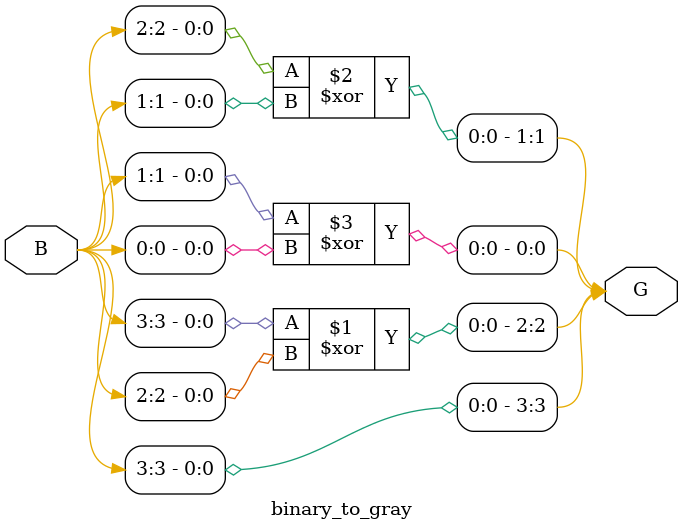
<source format=v>

module binary_to_gray(B,G);
     input [3:0] B;
     output [3:0] G; 
     
     //Logic to convert the binary code to gray
     assign G[3]=B[3];
     assign G[2]=B[3]^B[2];
     assign G[1]=B[2]^B[1];
     assign G[0]=B[1]^B[0];
     
endmodule
</source>
